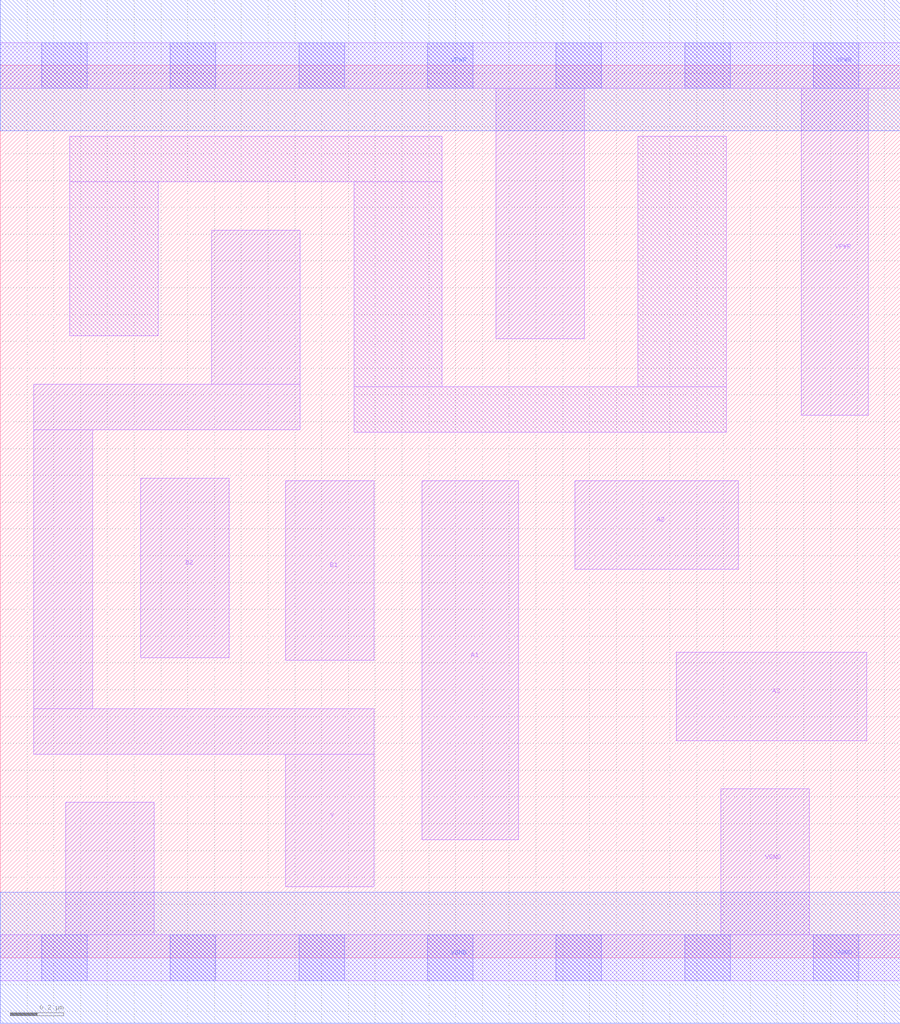
<source format=lef>
# Copyright 2020 The SkyWater PDK Authors
#
# Licensed under the Apache License, Version 2.0 (the "License");
# you may not use this file except in compliance with the License.
# You may obtain a copy of the License at
#
#     https://www.apache.org/licenses/LICENSE-2.0
#
# Unless required by applicable law or agreed to in writing, software
# distributed under the License is distributed on an "AS IS" BASIS,
# WITHOUT WARRANTIES OR CONDITIONS OF ANY KIND, either express or implied.
# See the License for the specific language governing permissions and
# limitations under the License.
#
# SPDX-License-Identifier: Apache-2.0

VERSION 5.7 ;
  NAMESCASESENSITIVE ON ;
  NOWIREEXTENSIONATPIN ON ;
  DIVIDERCHAR "/" ;
  BUSBITCHARS "[]" ;
UNITS
  DATABASE MICRONS 200 ;
END UNITS
MACRO sky130_fd_sc_lp__a32oi_lp
  CLASS CORE ;
  SOURCE USER ;
  FOREIGN sky130_fd_sc_lp__a32oi_lp ;
  ORIGIN  0.000000  0.000000 ;
  SIZE  3.360000 BY  3.330000 ;
  SYMMETRY X Y R90 ;
  SITE unit ;
  PIN A1
    ANTENNAGATEAREA  0.313000 ;
    DIRECTION INPUT ;
    USE SIGNAL ;
    PORT
      LAYER li1 ;
        RECT 1.575000 0.440000 1.935000 1.780000 ;
    END
  END A1
  PIN A2
    ANTENNAGATEAREA  0.313000 ;
    DIRECTION INPUT ;
    USE SIGNAL ;
    PORT
      LAYER li1 ;
        RECT 2.145000 1.450000 2.755000 1.780000 ;
    END
  END A2
  PIN A3
    ANTENNAGATEAREA  0.313000 ;
    DIRECTION INPUT ;
    USE SIGNAL ;
    PORT
      LAYER li1 ;
        RECT 2.525000 0.810000 3.235000 1.140000 ;
    END
  END A3
  PIN B1
    ANTENNAGATEAREA  0.313000 ;
    DIRECTION INPUT ;
    USE SIGNAL ;
    PORT
      LAYER li1 ;
        RECT 1.065000 1.110000 1.395000 1.780000 ;
    END
  END B1
  PIN B2
    ANTENNAGATEAREA  0.313000 ;
    DIRECTION INPUT ;
    USE SIGNAL ;
    PORT
      LAYER li1 ;
        RECT 0.525000 1.120000 0.855000 1.790000 ;
    END
  END B2
  PIN Y
    ANTENNADIFFAREA  0.508900 ;
    DIRECTION OUTPUT ;
    USE SIGNAL ;
    PORT
      LAYER li1 ;
        RECT 0.125000 0.760000 1.395000 0.930000 ;
        RECT 0.125000 0.930000 0.345000 1.970000 ;
        RECT 0.125000 1.970000 1.120000 2.140000 ;
        RECT 0.790000 2.140000 1.120000 2.715000 ;
        RECT 1.065000 0.265000 1.395000 0.760000 ;
    END
  END Y
  PIN VGND
    DIRECTION INOUT ;
    USE GROUND ;
    PORT
      LAYER li1 ;
        RECT 0.000000 -0.085000 3.360000 0.085000 ;
        RECT 0.245000  0.085000 0.575000 0.580000 ;
        RECT 2.690000  0.085000 3.020000 0.630000 ;
      LAYER mcon ;
        RECT 0.155000 -0.085000 0.325000 0.085000 ;
        RECT 0.635000 -0.085000 0.805000 0.085000 ;
        RECT 1.115000 -0.085000 1.285000 0.085000 ;
        RECT 1.595000 -0.085000 1.765000 0.085000 ;
        RECT 2.075000 -0.085000 2.245000 0.085000 ;
        RECT 2.555000 -0.085000 2.725000 0.085000 ;
        RECT 3.035000 -0.085000 3.205000 0.085000 ;
      LAYER met1 ;
        RECT 0.000000 -0.245000 3.360000 0.245000 ;
    END
  END VGND
  PIN VPWR
    DIRECTION INOUT ;
    USE POWER ;
    PORT
      LAYER li1 ;
        RECT 0.000000 3.245000 3.360000 3.415000 ;
        RECT 1.850000 2.310000 2.180000 3.245000 ;
        RECT 2.990000 2.025000 3.240000 3.245000 ;
      LAYER mcon ;
        RECT 0.155000 3.245000 0.325000 3.415000 ;
        RECT 0.635000 3.245000 0.805000 3.415000 ;
        RECT 1.115000 3.245000 1.285000 3.415000 ;
        RECT 1.595000 3.245000 1.765000 3.415000 ;
        RECT 2.075000 3.245000 2.245000 3.415000 ;
        RECT 2.555000 3.245000 2.725000 3.415000 ;
        RECT 3.035000 3.245000 3.205000 3.415000 ;
      LAYER met1 ;
        RECT 0.000000 3.085000 3.360000 3.575000 ;
    END
  END VPWR
  OBS
    LAYER li1 ;
      RECT 0.260000 2.320000 0.590000 2.895000 ;
      RECT 0.260000 2.895000 1.650000 3.065000 ;
      RECT 1.320000 1.960000 2.710000 2.130000 ;
      RECT 1.320000 2.130000 1.650000 2.895000 ;
      RECT 2.380000 2.130000 2.710000 3.065000 ;
  END
END sky130_fd_sc_lp__a32oi_lp

</source>
